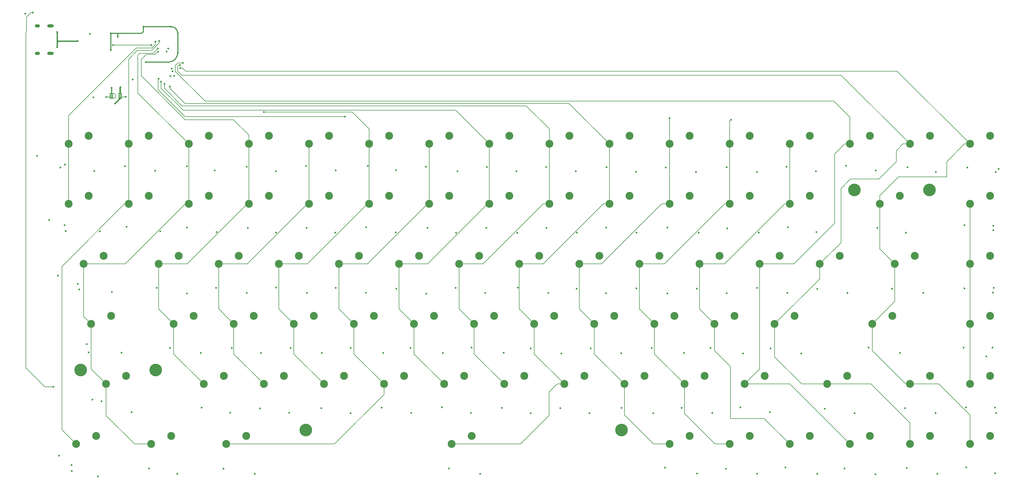
<source format=gbr>
%TF.GenerationSoftware,KiCad,Pcbnew,9.0.3*%
%TF.CreationDate,2025-12-04T16:15:46+02:00*%
%TF.ProjectId,MyCustom_75Keeb,4d794375-7374-46f6-9d5f-37354b656562,2.0.0*%
%TF.SameCoordinates,Original*%
%TF.FileFunction,Copper,L1,Top*%
%TF.FilePolarity,Positive*%
%FSLAX46Y46*%
G04 Gerber Fmt 4.6, Leading zero omitted, Abs format (unit mm)*
G04 Created by KiCad (PCBNEW 9.0.3) date 2025-12-04 16:15:46*
%MOMM*%
%LPD*%
G01*
G04 APERTURE LIST*
G04 Aperture macros list*
%AMRoundRect*
0 Rectangle with rounded corners*
0 $1 Rounding radius*
0 $2 $3 $4 $5 $6 $7 $8 $9 X,Y pos of 4 corners*
0 Add a 4 corners polygon primitive as box body*
4,1,4,$2,$3,$4,$5,$6,$7,$8,$9,$2,$3,0*
0 Add four circle primitives for the rounded corners*
1,1,$1+$1,$2,$3*
1,1,$1+$1,$4,$5*
1,1,$1+$1,$6,$7*
1,1,$1+$1,$8,$9*
0 Add four rect primitives between the rounded corners*
20,1,$1+$1,$2,$3,$4,$5,0*
20,1,$1+$1,$4,$5,$6,$7,0*
20,1,$1+$1,$6,$7,$8,$9,0*
20,1,$1+$1,$8,$9,$2,$3,0*%
G04 Aperture macros list end*
%TA.AperFunction,ComponentPad*%
%ADD10C,2.500000*%
%TD*%
%TA.AperFunction,ComponentPad*%
%ADD11C,4.000000*%
%TD*%
%TA.AperFunction,SMDPad,CuDef*%
%ADD12RoundRect,0.087500X0.537500X0.087500X-0.537500X0.087500X-0.537500X-0.087500X0.537500X-0.087500X0*%
%TD*%
%TA.AperFunction,ComponentPad*%
%ADD13O,1.600000X1.000000*%
%TD*%
%TA.AperFunction,ComponentPad*%
%ADD14O,2.100000X1.000000*%
%TD*%
%TA.AperFunction,ViaPad*%
%ADD15C,0.600000*%
%TD*%
%TA.AperFunction,Conductor*%
%ADD16C,0.500000*%
%TD*%
%TA.AperFunction,Conductor*%
%ADD17C,0.300000*%
%TD*%
%TA.AperFunction,Conductor*%
%ADD18C,0.200000*%
%TD*%
%TA.AperFunction,Conductor*%
%ADD19C,0.400000*%
%TD*%
G04 APERTURE END LIST*
D10*
%TO.P,SW70,1,1*%
%TO.N,Col_11*%
X229552500Y-111760000D03*
%TO.P,SW70,2,2*%
%TO.N,Net-(D70-A)*%
X235902500Y-109220000D03*
%TD*%
%TO.P,SW81,1,1*%
%TO.N,Col_12*%
X262890000Y-130810000D03*
%TO.P,SW81,2,2*%
%TO.N,Net-(D81-A)*%
X269240000Y-128270000D03*
%TD*%
%TO.P,SW19,1,1*%
%TO.N,Col_2*%
X72390000Y-54610000D03*
%TO.P,SW19,2,2*%
%TO.N,Net-(D19-A)*%
X78740000Y-52070000D03*
%TD*%
%TO.P,SW66,1,1*%
%TO.N,Col_7*%
X153352500Y-111760000D03*
%TO.P,SW66,2,2*%
%TO.N,Net-(D66-A)*%
X159702500Y-109220000D03*
%TD*%
%TO.P,SW65,1,1*%
%TO.N,Col_6*%
X134302500Y-111760000D03*
%TO.P,SW65,2,2*%
%TO.N,Net-(D65-A)*%
X140652500Y-109220000D03*
%TD*%
%TO.P,SW33,1,1*%
%TO.N,Col_3*%
X62865000Y-73660000D03*
%TO.P,SW33,2,2*%
%TO.N,Net-(D33-A)*%
X69215000Y-71120000D03*
%TD*%
%TO.P,SW56,1,1*%
%TO.N,Col_11*%
X220027500Y-92710000D03*
%TO.P,SW56,2,2*%
%TO.N,Net-(D56-A)*%
X226377500Y-90170000D03*
%TD*%
%TO.P,SW3,1,1*%
%TO.N,Col_2*%
X72390000Y-35560000D03*
%TO.P,SW3,2,2*%
%TO.N,Net-(D3-A)*%
X78740000Y-33020000D03*
%TD*%
%TO.P,SW77,1,1*%
%TO.N,Col_6*%
X84296250Y-130810000D03*
%TO.P,SW77,2,2*%
%TO.N,Net-(D77-A)*%
X90646250Y-128270000D03*
%TD*%
%TO.P,SW11,1,1*%
%TO.N,Col_10*%
X224790000Y-35560000D03*
%TO.P,SW11,2,2*%
%TO.N,Net-(D11-A)*%
X231140000Y-33020000D03*
%TD*%
%TO.P,SW15,1,1*%
%TO.N,Col_14*%
X300990000Y-35560000D03*
%TO.P,SW15,2,2*%
%TO.N,Net-(D15-A)*%
X307340000Y-33020000D03*
%TD*%
%TO.P,SW29,1,1*%
%TO.N,Col_12*%
X262890000Y-54610000D03*
%TO.P,SW29,2,2*%
%TO.N,Net-(D29-A)*%
X269240000Y-52070000D03*
%TD*%
%TO.P,SW32,1,1*%
%TO.N,Col_2*%
X39052500Y-73660000D03*
%TO.P,SW32,2,2*%
%TO.N,Net-(D32-A)*%
X45402500Y-71120000D03*
%TD*%
%TO.P,SW44,1,1*%
%TO.N,Col_14*%
X272415000Y-73660000D03*
%TO.P,SW44,2,2*%
%TO.N,Net-(D44-A)*%
X278765000Y-71120000D03*
%TD*%
D11*
%TO.P,S6,*%
%TO.N,*%
X283368750Y-50165000D03*
X307181250Y-50165000D03*
%TD*%
D10*
%TO.P,SW40,1,1*%
%TO.N,Col_10*%
X196215000Y-73660000D03*
%TO.P,SW40,2,2*%
%TO.N,Net-(D40-A)*%
X202565000Y-71120000D03*
%TD*%
%TO.P,SW71,1,1*%
%TO.N,Col_13*%
X248602500Y-111760000D03*
%TO.P,SW71,2,2*%
%TO.N,Net-(D71-A)*%
X254952500Y-109220000D03*
%TD*%
%TO.P,SW30,1,1*%
%TO.N,Col_15*%
X291465000Y-54610000D03*
%TO.P,SW30,2,2*%
%TO.N,Net-(D30-A)*%
X297815000Y-52070000D03*
%TD*%
%TO.P,SW1,1,1*%
%TO.N,Col_0*%
X34290000Y-35560000D03*
%TO.P,SW1,2,2*%
%TO.N,Net-(D1-A)*%
X40640000Y-33020000D03*
%TD*%
%TO.P,SW12,1,1*%
%TO.N,Col_11*%
X243840000Y-35560000D03*
%TO.P,SW12,2,2*%
%TO.N,Net-(D12-A)*%
X250190000Y-33020000D03*
%TD*%
%TO.P,SW47,1,1*%
%TO.N,Col_2*%
X41433750Y-92710000D03*
%TO.P,SW47,2,2*%
%TO.N,Net-(D47-A)*%
X47783750Y-90170000D03*
%TD*%
%TO.P,SW73,1,1*%
%TO.N,Col_15*%
X300990000Y-111760000D03*
%TO.P,SW73,2,2*%
%TO.N,Net-(D73-A)*%
X307340000Y-109220000D03*
%TD*%
%TO.P,SW54,1,1*%
%TO.N,Col_9*%
X181927500Y-92710000D03*
%TO.P,SW54,2,2*%
%TO.N,Net-(D54-A)*%
X188277500Y-90170000D03*
%TD*%
D11*
%TO.P,S2,*%
%TO.N,*%
X38100000Y-107315000D03*
X61912500Y-107315000D03*
%TD*%
D10*
%TO.P,SW74,1,1*%
%TO.N,Col_0*%
X320040000Y-111760000D03*
%TO.P,SW74,2,2*%
%TO.N,Net-(D74-A)*%
X326390000Y-109220000D03*
%TD*%
%TO.P,SW59,1,1*%
%TO.N,Col_15*%
X289083750Y-92710000D03*
%TO.P,SW59,2,2*%
%TO.N,Net-(D59-A)*%
X295433750Y-90170000D03*
%TD*%
%TO.P,SW26,1,1*%
%TO.N,Col_9*%
X205740000Y-54610000D03*
%TO.P,SW26,2,2*%
%TO.N,Net-(D26-A)*%
X212090000Y-52070000D03*
%TD*%
%TO.P,SW23,1,1*%
%TO.N,Col_6*%
X148590000Y-54610000D03*
%TO.P,SW23,2,2*%
%TO.N,Net-(D23-A)*%
X154940000Y-52070000D03*
%TD*%
%TO.P,SW37,1,1*%
%TO.N,Col_7*%
X139065000Y-73660000D03*
%TO.P,SW37,2,2*%
%TO.N,Net-(D37-A)*%
X145415000Y-71120000D03*
%TD*%
%TO.P,SW2,1,1*%
%TO.N,Col_1*%
X53340000Y-35560000D03*
%TO.P,SW2,2,2*%
%TO.N,Net-(D2-A)*%
X59690000Y-33020000D03*
%TD*%
%TO.P,SW43,1,1*%
%TO.N,Col_13*%
X253365000Y-73660000D03*
%TO.P,SW43,2,2*%
%TO.N,Net-(D43-A)*%
X259715000Y-71120000D03*
%TD*%
%TO.P,SW36,1,1*%
%TO.N,Col_6*%
X120015000Y-73660000D03*
%TO.P,SW36,2,2*%
%TO.N,Net-(D36-A)*%
X126365000Y-71120000D03*
%TD*%
%TO.P,SW20,1,1*%
%TO.N,Col_3*%
X91440000Y-54610000D03*
%TO.P,SW20,2,2*%
%TO.N,Net-(D20-A)*%
X97790000Y-52070000D03*
%TD*%
%TO.P,SW69,1,1*%
%TO.N,Col_10*%
X210502500Y-111760000D03*
%TO.P,SW69,2,2*%
%TO.N,Net-(D69-A)*%
X216852500Y-109220000D03*
%TD*%
%TO.P,SW4,1,1*%
%TO.N,Col_3*%
X91440000Y-35560000D03*
%TO.P,SW4,2,2*%
%TO.N,Net-(D4-A)*%
X97790000Y-33020000D03*
%TD*%
%TO.P,SW46,1,1*%
%TO.N,Col_0*%
X320040000Y-73660000D03*
%TO.P,SW46,2,2*%
%TO.N,Net-(D46-A)*%
X326390000Y-71120000D03*
%TD*%
%TO.P,SW18,1,1*%
%TO.N,Col_1*%
X53340000Y-54610000D03*
%TO.P,SW18,2,2*%
%TO.N,Net-(D18-A)*%
X59690000Y-52070000D03*
%TD*%
%TO.P,SW50,1,1*%
%TO.N,Col_5*%
X105727500Y-92710000D03*
%TO.P,SW50,2,2*%
%TO.N,Net-(D50-A)*%
X112077500Y-90170000D03*
%TD*%
%TO.P,SW53,1,1*%
%TO.N,Col_8*%
X162877500Y-92710000D03*
%TO.P,SW53,2,2*%
%TO.N,Net-(D53-A)*%
X169227500Y-90170000D03*
%TD*%
%TO.P,SW67,1,1*%
%TO.N,Col_8*%
X172402500Y-111760000D03*
%TO.P,SW67,2,2*%
%TO.N,Net-(D67-A)*%
X178752500Y-109220000D03*
%TD*%
%TO.P,SW35,1,1*%
%TO.N,Col_5*%
X100965000Y-73660000D03*
%TO.P,SW35,2,2*%
%TO.N,Net-(D35-A)*%
X107315000Y-71120000D03*
%TD*%
%TO.P,SW38,1,1*%
%TO.N,Col_8*%
X158115000Y-73660000D03*
%TO.P,SW38,2,2*%
%TO.N,Net-(D38-A)*%
X164465000Y-71120000D03*
%TD*%
%TO.P,SW17,1,1*%
%TO.N,Col_0*%
X34290000Y-54610000D03*
%TO.P,SW17,2,2*%
%TO.N,Net-(D17-A)*%
X40640000Y-52070000D03*
%TD*%
%TO.P,SW60,1,1*%
%TO.N,Col_0*%
X320040000Y-92710000D03*
%TO.P,SW60,2,2*%
%TO.N,Net-(D60-A)*%
X326390000Y-90170000D03*
%TD*%
%TO.P,SW28,1,1*%
%TO.N,Col_11*%
X243840000Y-54610000D03*
%TO.P,SW28,2,2*%
%TO.N,Net-(D28-A)*%
X250190000Y-52070000D03*
%TD*%
%TO.P,SW21,1,1*%
%TO.N,Col_4*%
X110490000Y-54610000D03*
%TO.P,SW21,2,2*%
%TO.N,Net-(D21-A)*%
X116840000Y-52070000D03*
%TD*%
%TO.P,SW68,1,1*%
%TO.N,Col_9*%
X191452500Y-111760000D03*
%TO.P,SW68,2,2*%
%TO.N,Net-(D68-A)*%
X197802500Y-109220000D03*
%TD*%
%TO.P,SW41,1,1*%
%TO.N,Col_11*%
X215265000Y-73660000D03*
%TO.P,SW41,2,2*%
%TO.N,Net-(D41-A)*%
X221615000Y-71120000D03*
%TD*%
%TO.P,SW55,1,1*%
%TO.N,Col_10*%
X200977500Y-92710000D03*
%TO.P,SW55,2,2*%
%TO.N,Net-(D55-A)*%
X207327500Y-90170000D03*
%TD*%
%TO.P,SW58,1,1*%
%TO.N,Col_14*%
X258127500Y-92710000D03*
%TO.P,SW58,2,2*%
%TO.N,Net-(D58-A)*%
X264477500Y-90170000D03*
%TD*%
%TO.P,SW64,1,1*%
%TO.N,Col_5*%
X115252500Y-111760000D03*
%TO.P,SW64,2,2*%
%TO.N,Net-(D64-A)*%
X121602500Y-109220000D03*
%TD*%
%TO.P,SW63,1,1*%
%TO.N,Col_4*%
X96202500Y-111760000D03*
%TO.P,SW63,2,2*%
%TO.N,Net-(D63-A)*%
X102552500Y-109220000D03*
%TD*%
%TO.P,SW13,1,1*%
%TO.N,Col_12*%
X262890000Y-35560000D03*
%TO.P,SW13,2,2*%
%TO.N,Net-(D13-A)*%
X269240000Y-33020000D03*
%TD*%
%TO.P,SW39,1,1*%
%TO.N,Col_9*%
X177165000Y-73660000D03*
%TO.P,SW39,2,2*%
%TO.N,Net-(D39-A)*%
X183515000Y-71120000D03*
%TD*%
%TO.P,SW61,1,1*%
%TO.N,Col_2*%
X46196250Y-111760000D03*
%TO.P,SW61,2,2*%
%TO.N,Net-(D61-A)*%
X52546250Y-109220000D03*
%TD*%
%TO.P,SW48,1,1*%
%TO.N,Col_3*%
X67627500Y-92710000D03*
%TO.P,SW48,2,2*%
%TO.N,Net-(D48-A)*%
X73977500Y-90170000D03*
%TD*%
%TO.P,SW82,1,1*%
%TO.N,Col_13*%
X281940000Y-130810000D03*
%TO.P,SW82,2,2*%
%TO.N,Net-(D82-A)*%
X288290000Y-128270000D03*
%TD*%
%TO.P,SW52,1,1*%
%TO.N,Col_7*%
X143827500Y-92710000D03*
%TO.P,SW52,2,2*%
%TO.N,Net-(D52-A)*%
X150177500Y-90170000D03*
%TD*%
%TO.P,SW25,1,1*%
%TO.N,Col_8*%
X186690000Y-54610000D03*
%TO.P,SW25,2,2*%
%TO.N,Net-(D25-A)*%
X193040000Y-52070000D03*
%TD*%
%TO.P,SW24,1,1*%
%TO.N,Col_7*%
X167640000Y-54610000D03*
%TO.P,SW24,2,2*%
%TO.N,Net-(D24-A)*%
X173990000Y-52070000D03*
%TD*%
%TO.P,SW76,1,1*%
%TO.N,Col_2*%
X60483750Y-130810000D03*
%TO.P,SW76,2,2*%
%TO.N,Net-(D76-A)*%
X66833750Y-128270000D03*
%TD*%
%TO.P,SW7,1,1*%
%TO.N,Col_6*%
X148590000Y-35560000D03*
%TO.P,SW7,2,2*%
%TO.N,Net-(D7-A)*%
X154940000Y-33020000D03*
%TD*%
%TO.P,SW75,1,1*%
%TO.N,Col_1*%
X36671250Y-130810000D03*
%TO.P,SW75,2,2*%
%TO.N,Net-(D75-A)*%
X43021250Y-128270000D03*
%TD*%
%TO.P,SW42,1,1*%
%TO.N,Col_12*%
X234315000Y-73660000D03*
%TO.P,SW42,2,2*%
%TO.N,Net-(D42-A)*%
X240665000Y-71120000D03*
%TD*%
D11*
%TO.P,S1,*%
%TO.N,*%
X109537500Y-126365000D03*
X209550000Y-126365000D03*
%TD*%
D10*
%TO.P,SW83,1,1*%
%TO.N,Col_14*%
X300990000Y-130810000D03*
%TO.P,SW83,2,2*%
%TO.N,Net-(D83-A)*%
X307340000Y-128270000D03*
%TD*%
%TO.P,SW49,1,1*%
%TO.N,Col_4*%
X86677500Y-92710000D03*
%TO.P,SW49,2,2*%
%TO.N,Net-(D49-A)*%
X93027500Y-90170000D03*
%TD*%
%TO.P,SW9,1,1*%
%TO.N,Col_8*%
X186690000Y-35560000D03*
%TO.P,SW9,2,2*%
%TO.N,Net-(D9-A)*%
X193040000Y-33020000D03*
%TD*%
%TO.P,SW84,1,1*%
%TO.N,Col_15*%
X320040000Y-130810000D03*
%TO.P,SW84,2,2*%
%TO.N,Net-(D84-A)*%
X326390000Y-128270000D03*
%TD*%
%TO.P,SW6,1,1*%
%TO.N,Col_5*%
X129540000Y-35560000D03*
%TO.P,SW6,2,2*%
%TO.N,Net-(D6-A)*%
X135890000Y-33020000D03*
%TD*%
%TO.P,SW78,1,1*%
%TO.N,Col_9*%
X155733750Y-130810000D03*
%TO.P,SW78,2,2*%
%TO.N,Net-(D78-A)*%
X162083750Y-128270000D03*
%TD*%
%TO.P,SW22,1,1*%
%TO.N,Col_5*%
X129540000Y-54610000D03*
%TO.P,SW22,2,2*%
%TO.N,Net-(D22-A)*%
X135890000Y-52070000D03*
%TD*%
%TO.P,SW80,1,1*%
%TO.N,Col_11*%
X243840000Y-130810000D03*
%TO.P,SW80,2,2*%
%TO.N,Net-(D80-A)*%
X250190000Y-128270000D03*
%TD*%
%TO.P,SW16,1,1*%
%TO.N,Col_15*%
X320040000Y-35560000D03*
%TO.P,SW16,2,2*%
%TO.N,Net-(D16-A)*%
X326390000Y-33020000D03*
%TD*%
%TO.P,SW8,1,1*%
%TO.N,Col_7*%
X167640000Y-35560000D03*
%TO.P,SW8,2,2*%
%TO.N,Net-(D8-A)*%
X173990000Y-33020000D03*
%TD*%
%TO.P,SW34,1,1*%
%TO.N,Col_4*%
X81915000Y-73660000D03*
%TO.P,SW34,2,2*%
%TO.N,Net-(D34-A)*%
X88265000Y-71120000D03*
%TD*%
%TO.P,SW62,1,1*%
%TO.N,Col_3*%
X77152500Y-111760000D03*
%TO.P,SW62,2,2*%
%TO.N,Net-(D62-A)*%
X83502500Y-109220000D03*
%TD*%
%TO.P,SW31,1,1*%
%TO.N,Col_0*%
X320040000Y-54610000D03*
%TO.P,SW31,2,2*%
%TO.N,Net-(D31-A)*%
X326390000Y-52070000D03*
%TD*%
%TO.P,SW79,1,1*%
%TO.N,Col_10*%
X224790000Y-130810000D03*
%TO.P,SW79,2,2*%
%TO.N,Net-(D79-A)*%
X231140000Y-128270000D03*
%TD*%
%TO.P,SW5,1,1*%
%TO.N,Col_4*%
X110490000Y-35560000D03*
%TO.P,SW5,2,2*%
%TO.N,Net-(D5-A)*%
X116840000Y-33020000D03*
%TD*%
%TO.P,SW14,1,1*%
%TO.N,Col_13*%
X281940000Y-35560000D03*
%TO.P,SW14,2,2*%
%TO.N,Net-(D14-A)*%
X288290000Y-33020000D03*
%TD*%
%TO.P,SW10,1,1*%
%TO.N,Col_9*%
X205740000Y-35560000D03*
%TO.P,SW10,2,2*%
%TO.N,Net-(D10-A)*%
X212090000Y-33020000D03*
%TD*%
%TO.P,SW51,1,1*%
%TO.N,Col_6*%
X124777500Y-92710000D03*
%TO.P,SW51,2,2*%
%TO.N,Net-(D51-A)*%
X131127500Y-90170000D03*
%TD*%
%TO.P,SW27,1,1*%
%TO.N,Col_10*%
X224790000Y-54610000D03*
%TO.P,SW27,2,2*%
%TO.N,Net-(D27-A)*%
X231140000Y-52070000D03*
%TD*%
D12*
%TO.P,U2,1,VCCA*%
%TO.N,+5V*%
X50662446Y-21085029D03*
%TO.P,U2,2,1A*%
%TO.N,RGB_OUTPUT*%
X50662446Y-20585029D03*
%TO.P,U2,3,2A*%
%TO.N,unconnected-(U2-2A-Pad3)*%
X50662446Y-20085029D03*
%TO.P,U2,4,GND*%
%TO.N,GND*%
X50662446Y-19585029D03*
%TO.P,U2,5,DIR*%
%TO.N,+3.3V*%
X47862446Y-19585029D03*
%TO.P,U2,6,2B*%
%TO.N,unconnected-(U2-2B-Pad6)*%
X47862446Y-20085029D03*
%TO.P,U2,7,1B*%
%TO.N,RGB_INPUT*%
X47862446Y-20585029D03*
%TO.P,U2,8,VCCB*%
%TO.N,+3.3V*%
X47862446Y-21085029D03*
%TD*%
D10*
%TO.P,SW45,1,1*%
%TO.N,Col_15*%
X296227500Y-73660000D03*
%TO.P,SW45,2,2*%
%TO.N,Net-(D45-A)*%
X302577500Y-71120000D03*
%TD*%
%TO.P,SW72,1,1*%
%TO.N,Col_14*%
X274796250Y-111760000D03*
%TO.P,SW72,2,2*%
%TO.N,Net-(D72-A)*%
X281146250Y-109220000D03*
%TD*%
%TO.P,SW57,1,1*%
%TO.N,Col_12*%
X239077500Y-92710000D03*
%TO.P,SW57,2,2*%
%TO.N,Net-(D57-A)*%
X245427500Y-90170000D03*
%TD*%
D13*
%TO.P,J1,S1,SHIELD*%
%TO.N,GND*%
X24387446Y-6780029D03*
D14*
X28567446Y-6780029D03*
D13*
X24387446Y1859971D03*
D14*
X28567446Y1859971D03*
%TD*%
D15*
%TO.N,GND*%
X176712446Y-81185029D03*
X209612446Y-119385029D03*
X223662446Y-43085029D03*
X104662446Y-100335029D03*
X44762446Y-117185029D03*
X290662446Y-62235029D03*
X52162446Y-42635029D03*
X128612446Y-62035029D03*
X166762446Y-62235029D03*
X204862446Y-42935029D03*
X90812446Y-42835029D03*
X162062446Y-100235029D03*
X52712446Y-61835029D03*
X59812446Y-138585029D03*
X91112446Y-62235029D03*
X204762446Y-62135029D03*
X242712446Y-138635029D03*
X242962446Y-42985029D03*
X123762446Y-100285029D03*
X228612446Y-119335029D03*
X114412446Y-119435029D03*
X299962446Y-138435029D03*
X214312446Y-81435029D03*
X319212446Y-43035029D03*
X237812446Y-100285029D03*
X252612446Y-81285029D03*
X154862446Y-138585029D03*
X37212446Y-79985029D03*
X33062446Y-61335029D03*
X71812446Y-42635029D03*
X147612446Y-42835029D03*
X280812446Y-42485029D03*
X318912446Y-138235029D03*
X109612446Y-42585029D03*
X199862446Y-100435029D03*
X33162446Y-42085029D03*
X318062446Y-100185029D03*
X287912446Y-100185029D03*
X76462446Y-119235029D03*
X224112446Y-62135029D03*
X262312446Y-62035029D03*
X40062446Y-99135029D03*
X185762446Y-62185029D03*
X233412446Y-81535029D03*
X42162446Y-20810029D03*
X318312446Y-81435029D03*
X95062446Y-119535029D03*
X247212446Y-119135029D03*
X271662446Y-81585029D03*
X156962446Y-81235029D03*
X261562446Y-138185029D03*
X295312446Y-81485029D03*
X148112446Y-62185029D03*
X195312446Y-81485029D03*
X280312446Y-138535029D03*
X180812446Y-100435029D03*
X100062446Y-81185029D03*
X118962446Y-81235029D03*
X81012446Y-81235029D03*
X190162446Y-119435029D03*
X223412446Y-138285029D03*
X86016727Y-100356783D03*
X71812446Y-62085029D03*
X62262446Y-81235029D03*
X274012446Y-119635029D03*
X300212446Y-42935029D03*
X243062446Y-62335029D03*
X50699946Y-17597529D03*
X35212446Y-137485029D03*
X142712446Y-100335029D03*
X219162446Y-100285029D03*
X185662446Y-42885029D03*
X66462446Y-100335029D03*
X83462446Y-138635029D03*
X109762446Y-62185029D03*
X256812446Y-100435029D03*
X129112446Y-42585029D03*
X166912446Y-42885029D03*
X318812446Y-119185029D03*
X261862446Y-42785029D03*
X299512446Y-119435029D03*
X318262446Y-61335029D03*
X171662446Y-119335029D03*
X152712446Y-119185029D03*
X133512446Y-119235029D03*
X138162446Y-81535029D03*
%TO.N,+3.3V*%
X49862446Y-1560029D03*
X68904948Y-500029D03*
X47699943Y-476278D03*
X66722446Y1682471D03*
X68904947Y-6652529D03*
X58059948Y1682471D03*
X47912446Y-17760029D03*
X58819943Y-9602537D03*
X47699943Y-5822524D03*
%TO.N,+5V*%
X54312446Y-120735029D03*
X224112446Y-83035029D03*
X90762446Y-82885029D03*
X68812446Y-140285029D03*
X271662446Y-140235029D03*
X281162446Y-82885029D03*
X164812446Y-140285029D03*
X128562446Y-82785029D03*
X209512446Y-101985029D03*
X248062446Y-102085029D03*
X309762446Y-140285029D03*
X262112446Y-82835029D03*
X157162446Y-63785029D03*
X238352257Y-120991771D03*
X104212446Y-120885029D03*
X233512446Y-140185029D03*
X61712446Y-44035029D03*
X305212446Y-82885029D03*
X161812446Y-120985029D03*
X195112446Y-44235029D03*
X242962446Y-82935029D03*
X290112446Y-140435029D03*
X134062446Y-101885029D03*
X138062446Y-63635029D03*
X95262446Y-101935029D03*
X327312446Y-82785029D03*
X199412446Y-121035029D03*
X100012446Y-44235029D03*
X266562446Y-102035029D03*
X93362446Y-140285029D03*
X147662446Y-83085029D03*
X42462446Y-44185029D03*
X271362446Y-63535029D03*
X44212446Y-63335029D03*
X214162446Y-44435029D03*
X176562446Y-63785029D03*
X327412446Y-62985029D03*
X219612446Y-121035029D03*
X309112446Y-120985029D03*
X76212446Y-101935029D03*
X85512446Y-120885029D03*
X166412446Y-82835029D03*
X180762446Y-121035029D03*
X233212446Y-44535029D03*
X297912446Y-101885029D03*
X299712446Y-63735029D03*
X63362446Y-63285029D03*
X100062446Y-63735029D03*
X80662446Y-43985029D03*
X123762446Y-121035029D03*
X328012446Y-140085029D03*
X43662446Y-141085029D03*
X328362446Y-120935029D03*
X71862446Y-82985029D03*
X195462446Y-63735029D03*
X172212446Y-101785029D03*
X51112446Y-101785029D03*
X229412446Y-101885029D03*
X186412446Y-82885029D03*
X118812446Y-63735029D03*
X48062446Y-82585029D03*
X81212446Y-63535029D03*
X176312446Y-44235029D03*
X109862446Y-82885029D03*
X118962446Y-43985029D03*
X256612446Y-120735029D03*
X49074946Y-22697529D03*
X252562446Y-140235029D03*
X290162446Y-43985029D03*
X138112446Y-43935029D03*
X157562446Y-44235029D03*
X114562446Y-101935029D03*
X328212446Y-44485029D03*
X204641485Y-82953349D03*
X214312446Y-63685029D03*
X190562446Y-102035029D03*
X41062446Y-635029D03*
X252462446Y-44485029D03*
X325212446Y-103035029D03*
X142912446Y-120985029D03*
X309212446Y-44485029D03*
X253062446Y-63685029D03*
X283462446Y-121035029D03*
X234062446Y-63685029D03*
X152910412Y-101910984D03*
X271212446Y-44285029D03*
%TO.N,VBUS*%
X37237446Y-2960029D03*
X30707446Y-4910029D03*
X30707446Y-10029D03*
%TO.N,Row_0*%
X67287446Y-12535029D03*
X24287446Y-39335029D03*
%TO.N,/BOOT0*%
X48349943Y-4210029D03*
X60599946Y-4210029D03*
%TO.N,Row_1*%
X67787446Y-13935029D03*
X28162446Y-59760029D03*
%TO.N,Row_2*%
X66612446Y-13985029D03*
X30937446Y-77385029D03*
%TO.N,Row_4*%
X22987446Y6164971D03*
X29461108Y-112632928D03*
%TO.N,Row_5*%
X31252013Y-134539884D03*
X20587446Y5764971D03*
%TO.N,RGB_OUTPUT*%
X52412446Y-20610029D03*
X31712446Y-43060029D03*
%TO.N,Col_0*%
X61837446Y-3060029D03*
%TO.N,Col_1*%
X63037446Y-2935029D03*
%TO.N,Col_2*%
X62612446Y-5310029D03*
%TO.N,Col_3*%
X62662446Y-6285029D03*
%TO.N,Col_5*%
X96212446Y-25485029D03*
%TO.N,Col_6*%
X121987446Y-26885029D03*
X62887446Y-14885029D03*
%TO.N,Col_7*%
X63612446Y-15785029D03*
%TO.N,Col_8*%
X64687446Y-16435029D03*
%TO.N,Col_9*%
X66437446Y-17360029D03*
%TO.N,Col_10*%
X65862446Y-5335029D03*
X224787446Y-27435029D03*
%TO.N,Col_11*%
X244262446Y-27935029D03*
X65387446Y-6210029D03*
%TO.N,Col_13*%
X70562446Y-9910029D03*
%TO.N,Col_14*%
X69612446Y-10585029D03*
%TO.N,Col_15*%
X69687446Y-11510029D03*
%TO.N,RGB_INPUT*%
X66962446Y-11610029D03*
X46262446Y-20685029D03*
X54637446Y-15160029D03*
%TO.N,Net-(LED16-DOUT)*%
X33412446Y-63235029D03*
X329162446Y-43485029D03*
%TO.N,Net-(LED31-DOUT)*%
X37662446Y-81735029D03*
X327412446Y-61485029D03*
%TO.N,Net-(LED46-DOUT)*%
X327562446Y-81235029D03*
X40662446Y-101735029D03*
%TO.N,Net-(LED61-DOUT)*%
X327162446Y-100235029D03*
X41862446Y-116735029D03*
%TO.N,Net-(LED76-DOUT)*%
X327962446Y-119285029D03*
X35362446Y-139435029D03*
%TD*%
D16*
%TO.N,GND*%
X50662446Y-17635029D02*
X50662446Y-19459029D01*
X50699946Y-17597529D02*
X50662446Y-17635029D01*
D17*
%TO.N,+3.3V*%
X68904948Y-6652528D02*
X68904947Y-6652529D01*
D18*
X48862446Y-19585029D02*
X49212446Y-19935029D01*
D17*
X66722448Y1682471D02*
X66722446Y1682471D01*
D18*
X49212446Y-19935029D02*
X49212446Y-20785029D01*
X47862446Y-19585029D02*
X48862446Y-19585029D01*
D17*
X49862446Y-476278D02*
X57141194Y-476278D01*
X49862446Y-476278D02*
X49862446Y-1560029D01*
D18*
X49212446Y-20785029D02*
X48912446Y-21085029D01*
D17*
X66722446Y1682471D02*
X58059948Y1682471D01*
X47888446Y-19559029D02*
X47862446Y-19559029D01*
X47912446Y-19535029D02*
X47888446Y-19559029D01*
X58059948Y442476D02*
X58059948Y1682471D01*
X47699943Y-476278D02*
X49862446Y-476278D01*
D18*
X48912446Y-21085029D02*
X47862446Y-21085029D01*
D17*
X68904948Y-500029D02*
X68904948Y-6652528D01*
X47699943Y-476278D02*
X47699943Y-5822524D01*
X65954939Y-9602537D02*
X58819943Y-9602537D01*
D18*
X47862446Y-19585029D02*
X47888446Y-19559029D01*
D17*
X47912446Y-17760029D02*
X47912446Y-19535029D01*
X68904947Y-6652529D02*
G75*
G02*
X65954939Y-9602537I-2950007J-1D01*
G01*
X57141194Y-476278D02*
G75*
G03*
X58059978Y442476I6J918778D01*
G01*
X68904948Y-500029D02*
G75*
G03*
X66722448Y1682548I-2182548J29D01*
G01*
D19*
%TO.N,+5V*%
X49074946Y-22672529D02*
X50586446Y-21161029D01*
X50586446Y-21161029D02*
X50662446Y-21161029D01*
X49074946Y-22697529D02*
X49074946Y-22672529D01*
%TO.N,VBUS*%
X30707446Y-2460029D02*
X30707446Y-10029D01*
X31207446Y-2960029D02*
X37237446Y-2960029D01*
X30707446Y-3460029D02*
X30707446Y-4910029D01*
D18*
%TO.N,/BOOT0*%
X48349943Y-4210029D02*
X60599946Y-4210029D01*
%TO.N,Row_4*%
X22412446Y6164971D02*
X20912446Y4664971D01*
X26762446Y-112660029D02*
X29337446Y-112660029D01*
X22987446Y6164971D02*
X22412446Y6164971D01*
X20887446Y-110029D02*
X20787446Y-210029D01*
X20787446Y-210029D02*
X20787446Y-106685029D01*
X20912446Y4664971D02*
X20912446Y-85029D01*
X20787446Y-106685029D02*
X26762446Y-112660029D01*
X20912446Y-85029D02*
X20887446Y-110029D01*
%TO.N,RGB_OUTPUT*%
X52412446Y-20610029D02*
X50687446Y-20610029D01*
X50687446Y-20610029D02*
X50662446Y-20585029D01*
%TO.N,Col_0*%
X320040000Y-54610000D02*
X320040000Y-73660000D01*
X320040000Y-73660000D02*
X320040000Y-92710000D01*
X61837446Y-4060029D02*
X60737446Y-5160029D01*
X34290000Y-26582475D02*
X34290000Y-35560000D01*
X34290000Y-54610000D02*
X34290000Y-35560000D01*
X61837446Y-3060029D02*
X61837446Y-4060029D01*
X60737446Y-5160029D02*
X55712446Y-5160029D01*
X55712446Y-5160029D02*
X34290000Y-26582475D01*
X320040000Y-92710000D02*
X320040000Y-111760000D01*
%TO.N,Col_1*%
X56087446Y-5910029D02*
X56037446Y-5910029D01*
X53340000Y-54610000D02*
X53340000Y-35560000D01*
X32162446Y-74485029D02*
X52037475Y-54610000D01*
X60612446Y-5910029D02*
X56087446Y-5910029D01*
X36671250Y-130810000D02*
X32162446Y-126301196D01*
X32162446Y-126301196D02*
X32162446Y-74485029D01*
X63037446Y-2935029D02*
X63037446Y-3485029D01*
X53340000Y-8657475D02*
X53340000Y-35560000D01*
X52037475Y-54610000D02*
X53340000Y-54610000D01*
X56087446Y-5910029D02*
X53340000Y-8657475D01*
X63037446Y-3485029D02*
X60612446Y-5910029D01*
%TO.N,Col_2*%
X39052500Y-73660000D02*
X52237475Y-73660000D01*
X62612446Y-5310029D02*
X61137446Y-6785029D01*
X72390000Y-54610000D02*
X72390000Y-35560000D01*
X56812446Y-6785029D02*
X56237446Y-7360029D01*
X56237446Y-7360029D02*
X56237446Y-19407446D01*
X61137446Y-6785029D02*
X56812446Y-6785029D01*
X39052500Y-73660000D02*
X39052500Y-90328750D01*
X52237475Y-73660000D02*
X71287475Y-54610000D01*
X46196250Y-121768833D02*
X55237417Y-130810000D01*
X39052500Y-90328750D02*
X41433750Y-92710000D01*
X41433750Y-92710000D02*
X41433750Y-106997500D01*
X55237417Y-130810000D02*
X60483750Y-130810000D01*
X71287475Y-54610000D02*
X72390000Y-54610000D01*
X56237446Y-19407446D02*
X72390000Y-35560000D01*
X46196250Y-111760000D02*
X46196250Y-121768833D01*
X41433750Y-106997500D02*
X46196250Y-111760000D01*
%TO.N,Col_3*%
X90976174Y-54610000D02*
X91440000Y-54610000D01*
X62865000Y-73660000D02*
X71926174Y-73660000D01*
X62662446Y-6285029D02*
X61762446Y-7185029D01*
X67627500Y-102235000D02*
X77152500Y-111760000D01*
X86587446Y-27885029D02*
X91440000Y-32737583D01*
X62865000Y-73660000D02*
X62865000Y-87947500D01*
X62865000Y-87947500D02*
X67627500Y-92710000D01*
X61762446Y-7185029D02*
X58937446Y-7185029D01*
X91440000Y-32737583D02*
X91440000Y-35560000D01*
X71926174Y-73660000D02*
X90976174Y-54610000D01*
X67627500Y-92710000D02*
X67627500Y-102235000D01*
X57337446Y-8785029D02*
X57337446Y-13960029D01*
X58937446Y-7185029D02*
X57337446Y-8785029D01*
X71262446Y-27885029D02*
X86587446Y-27885029D01*
X57337446Y-13960029D02*
X71262446Y-27885029D01*
X91440000Y-54610000D02*
X91440000Y-35560000D01*
%TO.N,Col_4*%
X110026174Y-54610000D02*
X110490000Y-54610000D01*
X90976174Y-73660000D02*
X110026174Y-54610000D01*
X110490000Y-54610000D02*
X110490000Y-35560000D01*
X81915000Y-73660000D02*
X81915000Y-87947500D01*
X81915000Y-73660000D02*
X90976174Y-73660000D01*
X86677500Y-102235000D02*
X96202500Y-111760000D01*
X86677500Y-92710000D02*
X86677500Y-102235000D01*
X81915000Y-87947500D02*
X86677500Y-92710000D01*
%TO.N,Col_5*%
X105727500Y-102235000D02*
X115252500Y-111760000D01*
X100965000Y-87947500D02*
X105727500Y-92710000D01*
X100965000Y-73660000D02*
X100965000Y-87947500D01*
X105727500Y-92710000D02*
X105727500Y-102235000D01*
X129540000Y-54610000D02*
X129540000Y-35560000D01*
X124212446Y-25485029D02*
X129540000Y-30812583D01*
X96212446Y-25485029D02*
X124212446Y-25485029D01*
X110026174Y-73660000D02*
X129076174Y-54610000D01*
X129540000Y-30812583D02*
X129540000Y-35560000D01*
X129076174Y-54610000D02*
X129540000Y-54610000D01*
X100965000Y-73660000D02*
X110026174Y-73660000D01*
%TO.N,Col_6*%
X148126174Y-54610000D02*
X148590000Y-54610000D01*
X62712446Y-18360029D02*
X71237446Y-26885029D01*
X84296250Y-130810000D02*
X118587475Y-130810000D01*
X90012446Y-26885029D02*
X121987446Y-26885029D01*
X62662446Y-15110029D02*
X62662446Y-18310029D01*
X124777500Y-102235000D02*
X124777500Y-92710000D01*
X124777500Y-92710000D02*
X120015000Y-87947500D01*
X120015000Y-73660000D02*
X129076174Y-73660000D01*
X120015000Y-87947500D02*
X120015000Y-73660000D01*
X118587475Y-130810000D02*
X134302500Y-115094975D01*
X62887446Y-14885029D02*
X62662446Y-15110029D01*
X129076174Y-73660000D02*
X148126174Y-54610000D01*
X134302500Y-115094975D02*
X134302500Y-111760000D01*
X148590000Y-54610000D02*
X148590000Y-35560000D01*
X134302500Y-111760000D02*
X124777500Y-102235000D01*
X71237446Y-26885029D02*
X90012446Y-26885029D01*
X62662446Y-18310029D02*
X62712446Y-18360029D01*
%TO.N,Col_7*%
X148126174Y-73660000D02*
X167176174Y-54610000D01*
X70611446Y-24884029D02*
X156964029Y-24884029D01*
X143827500Y-102235000D02*
X153352500Y-111760000D01*
X139065000Y-73660000D02*
X148126174Y-73660000D01*
X167176174Y-54610000D02*
X167640000Y-54610000D01*
X63612446Y-15785029D02*
X63612446Y-17885029D01*
X156964029Y-24884029D02*
X167640000Y-35560000D01*
X143827500Y-92710000D02*
X143827500Y-102235000D01*
X139065000Y-73660000D02*
X139065000Y-87947500D01*
X167640000Y-35560000D02*
X167640000Y-54610000D01*
X63612446Y-17885029D02*
X70611446Y-24884029D01*
X139065000Y-87947500D02*
X143827500Y-92710000D01*
%TO.N,Col_8*%
X158115000Y-87947500D02*
X162877500Y-92710000D01*
X186690000Y-30787583D02*
X186690000Y-35560000D01*
X162877500Y-102235000D02*
X172402500Y-111760000D01*
X184787475Y-54610000D02*
X186690000Y-54610000D01*
X186690000Y-35560000D02*
X186690000Y-54610000D01*
X162877500Y-92710000D02*
X162877500Y-102235000D01*
X70212446Y-23460029D02*
X179362446Y-23460029D01*
X64687446Y-16435029D02*
X64687446Y-17935029D01*
X158115000Y-73660000D02*
X158115000Y-87947500D01*
X64687446Y-17935029D02*
X70212446Y-23460029D01*
X158115000Y-73660000D02*
X165737475Y-73660000D01*
X165737475Y-73660000D02*
X184787475Y-54610000D01*
X179362446Y-23460029D02*
X186690000Y-30787583D01*
%TO.N,Col_9*%
X177165000Y-73660000D02*
X184737475Y-73660000D01*
X189187417Y-111760000D02*
X191452500Y-111760000D01*
X184737475Y-73660000D02*
X203787475Y-54610000D01*
X66437446Y-17360029D02*
X66437446Y-17910029D01*
X203787475Y-54610000D02*
X205740000Y-54610000D01*
X177587475Y-130810000D02*
X186662446Y-121735029D01*
X181927500Y-102235000D02*
X191452500Y-111760000D01*
X186662446Y-114235029D02*
X189162446Y-111735029D01*
X155733750Y-130810000D02*
X177587475Y-130810000D01*
X177165000Y-87947500D02*
X181927500Y-92710000D01*
X177165000Y-73660000D02*
X177165000Y-87947500D01*
X189162446Y-111735029D02*
X189187417Y-111760000D01*
X66437446Y-17910029D02*
X71237446Y-22710029D01*
X192890029Y-22710029D02*
X205740000Y-35560000D01*
X205740000Y-35560000D02*
X205740000Y-54610000D01*
X186662446Y-121735029D02*
X186662446Y-114235029D01*
X71237446Y-22710029D02*
X192890029Y-22710029D01*
X181927500Y-92710000D02*
X181927500Y-102235000D01*
%TO.N,Col_10*%
X196215000Y-87947500D02*
X200977500Y-92710000D01*
X196215000Y-73660000D02*
X203237475Y-73660000D01*
X203237475Y-73660000D02*
X222287475Y-54610000D01*
X200977500Y-102235000D02*
X210502500Y-111760000D01*
X222287475Y-54610000D02*
X224790000Y-54610000D01*
X224790000Y-35560000D02*
X224790000Y-54610000D01*
X224787446Y-27435029D02*
X224790000Y-27437583D01*
X210502500Y-121575083D02*
X219737417Y-130810000D01*
X196215000Y-73660000D02*
X196215000Y-87947500D01*
X200977500Y-92710000D02*
X200977500Y-102235000D01*
X210502500Y-111760000D02*
X210502500Y-121575083D01*
X219737417Y-130810000D02*
X224790000Y-130810000D01*
X224790000Y-27437583D02*
X224790000Y-35560000D01*
%TO.N,Col_11*%
X220027500Y-92710000D02*
X220027500Y-102235000D01*
X242287475Y-54610000D02*
X243840000Y-54610000D01*
X244262446Y-27935029D02*
X243840000Y-28357475D01*
X229552500Y-111760000D02*
X229552500Y-121125083D01*
X223237475Y-73660000D02*
X242287475Y-54610000D01*
X220027500Y-102235000D02*
X229552500Y-111760000D01*
X229552500Y-121125083D02*
X239237417Y-130810000D01*
X243840000Y-28357475D02*
X243840000Y-35560000D01*
X215265000Y-73660000D02*
X223237475Y-73660000D01*
X215265000Y-87947500D02*
X220027500Y-92710000D01*
X215265000Y-73660000D02*
X215265000Y-87947500D01*
X243840000Y-35560000D02*
X243840000Y-54610000D01*
X239237417Y-130810000D02*
X243840000Y-130810000D01*
%TO.N,Col_12*%
X254815029Y-122735029D02*
X262890000Y-130810000D01*
X262890000Y-35560000D02*
X262890000Y-54610000D01*
X242237475Y-73660000D02*
X261287475Y-54610000D01*
X244162446Y-122735029D02*
X254815029Y-122735029D01*
X234315000Y-73660000D02*
X234315000Y-87947500D01*
X239077500Y-101150083D02*
X244162446Y-106235029D01*
X234315000Y-87947500D02*
X239077500Y-92710000D01*
X261287475Y-54610000D02*
X262890000Y-54610000D01*
X244162446Y-106235029D02*
X244162446Y-122735029D01*
X234315000Y-73660000D02*
X242237475Y-73660000D01*
X239077500Y-92710000D02*
X239077500Y-101150083D01*
%TO.N,Col_13*%
X281940000Y-27037583D02*
X281940000Y-35560000D01*
X262890000Y-111760000D02*
X281940000Y-130810000D01*
X68912446Y-9910029D02*
X68137446Y-10685029D01*
X68137446Y-12585029D02*
X77562446Y-22010029D01*
X277162446Y-60735029D02*
X277162446Y-38735029D01*
X70562446Y-9910029D02*
X68912446Y-9910029D01*
X253365000Y-106997500D02*
X248602500Y-111760000D01*
X253365000Y-73660000D02*
X264237475Y-73660000D01*
X276912446Y-22010029D02*
X281940000Y-27037583D01*
X248602500Y-111760000D02*
X262890000Y-111760000D01*
X277162446Y-38735029D02*
X280337475Y-35560000D01*
X68137446Y-10685029D02*
X68137446Y-12585029D01*
X280337475Y-35560000D02*
X281940000Y-35560000D01*
X253365000Y-73660000D02*
X253365000Y-106997500D01*
X77562446Y-22010029D02*
X276912446Y-22010029D01*
X264237475Y-73660000D02*
X277162446Y-60735029D01*
%TO.N,Col_14*%
X300990000Y-124062583D02*
X288687417Y-111760000D01*
X69187446Y-10585029D02*
X68887446Y-10885029D01*
X266687417Y-111760000D02*
X274796250Y-111760000D01*
X272415000Y-73660000D02*
X279162446Y-66912554D01*
X296662446Y-41235029D02*
X296662446Y-37735029D01*
X68887446Y-12485029D02*
X68862446Y-12510029D01*
X68862446Y-12510029D02*
X70112446Y-13760029D01*
X279162446Y-49735029D02*
X282162446Y-46735029D01*
X70112446Y-13760029D02*
X70112446Y-13785029D01*
X68887446Y-10885029D02*
X68887446Y-12485029D01*
X258127500Y-92710000D02*
X258127500Y-103200083D01*
X298837475Y-35560000D02*
X300990000Y-35560000D01*
X296662446Y-37735029D02*
X298837475Y-35560000D01*
X279162446Y-66912554D02*
X279162446Y-49735029D01*
X272415000Y-78422500D02*
X258127500Y-92710000D01*
X279190029Y-13760029D02*
X300990000Y-35560000D01*
X272415000Y-73660000D02*
X272415000Y-78422500D01*
X282162446Y-46735029D02*
X291162446Y-46735029D01*
X70112446Y-13760029D02*
X279190029Y-13760029D01*
X288687417Y-111760000D02*
X274796250Y-111760000D01*
X69612446Y-10585029D02*
X69187446Y-10585029D01*
X258127500Y-103200083D02*
X266687417Y-111760000D01*
X300990000Y-130810000D02*
X300990000Y-124062583D01*
X291162446Y-46735029D02*
X296662446Y-41235029D01*
%TO.N,Col_15*%
X296990029Y-12510029D02*
X320040000Y-35560000D01*
X291465000Y-51932475D02*
X297412446Y-45985029D01*
X299687417Y-111760000D02*
X300990000Y-111760000D01*
X296227500Y-85566250D02*
X289083750Y-92710000D01*
X296227500Y-73660000D02*
X296227500Y-85566250D01*
X312662446Y-41169788D02*
X318272234Y-35560000D01*
X320040000Y-130810000D02*
X320040000Y-121612583D01*
X291465000Y-68897500D02*
X296227500Y-73660000D01*
X289083750Y-92710000D02*
X289083750Y-101156333D01*
X69687446Y-11510029D02*
X70362446Y-11510029D01*
X312662446Y-45985029D02*
X312662446Y-41169788D01*
X320040000Y-121612583D02*
X310187417Y-111760000D01*
X297412446Y-45985029D02*
X312662446Y-45985029D01*
X310187417Y-111760000D02*
X300990000Y-111760000D01*
X70362446Y-11510029D02*
X71362446Y-12510029D01*
X291465000Y-54610000D02*
X291465000Y-51932475D01*
X318272234Y-35560000D02*
X320040000Y-35560000D01*
X71362446Y-12510029D02*
X296990029Y-12510029D01*
X289083750Y-101156333D02*
X299687417Y-111760000D01*
X291465000Y-54610000D02*
X291465000Y-68897500D01*
%TO.N,RGB_INPUT*%
X46362446Y-20585029D02*
X46262446Y-20685029D01*
X47862446Y-20585029D02*
X46362446Y-20585029D01*
%TD*%
%TA.AperFunction,Conductor*%
%TO.N,VBUS*%
G36*
X30726774Y-2263872D02*
G01*
X30744175Y-2263872D01*
X30748576Y-2264747D01*
X30764671Y-2271414D01*
X30781755Y-2274813D01*
X30785900Y-2276531D01*
X30791160Y-2280047D01*
X30800368Y-2286201D01*
X30816448Y-2292860D01*
X30820178Y-2295353D01*
X30832489Y-2307666D01*
X30832495Y-2307671D01*
X30846978Y-2317350D01*
X30850151Y-2320523D01*
X30859816Y-2334992D01*
X30859817Y-2334993D01*
X30872120Y-2347295D01*
X30874614Y-2351026D01*
X30881280Y-2367121D01*
X30881285Y-2367129D01*
X30890957Y-2381606D01*
X30892674Y-2385752D01*
X30896067Y-2402821D01*
X30902735Y-2418915D01*
X30903611Y-2423274D01*
X30903676Y-2441091D01*
X30903677Y-2441092D01*
X30907264Y-2459139D01*
X30907485Y-2461382D01*
X30907482Y-2507555D01*
X30907483Y-2507562D01*
X30936837Y-2597929D01*
X30936838Y-2597931D01*
X30936839Y-2597932D01*
X30992688Y-2674809D01*
X30992691Y-2674811D01*
X31069554Y-2730661D01*
X31069558Y-2730663D01*
X31069561Y-2730665D01*
X31132144Y-2751000D01*
X31159929Y-2760028D01*
X31159930Y-2760028D01*
X31159933Y-2760029D01*
X31206027Y-2760029D01*
X31208127Y-2760222D01*
X31212473Y-2761029D01*
X31212483Y-2761035D01*
X31212607Y-2761055D01*
X31237894Y-2766086D01*
X31237893Y-2766086D01*
X31247564Y-2768009D01*
X31281740Y-2774806D01*
X31285880Y-2776520D01*
X31310148Y-2792737D01*
X31346965Y-2817336D01*
X31350138Y-2820509D01*
X31374738Y-2857327D01*
X31390952Y-2881591D01*
X31392669Y-2885737D01*
X31401389Y-2929581D01*
X31407000Y-2957783D01*
X31407000Y-2962271D01*
X31401389Y-2990477D01*
X31392669Y-3034320D01*
X31390952Y-3038466D01*
X31374738Y-3062732D01*
X31350138Y-3099548D01*
X31346965Y-3102721D01*
X31310148Y-3127322D01*
X31285883Y-3143535D01*
X31281738Y-3145252D01*
X31263099Y-3148959D01*
X31237894Y-3153973D01*
X31208558Y-3159808D01*
X31206471Y-3160028D01*
X31202787Y-3160078D01*
X31202708Y-3160046D01*
X31202631Y-3160079D01*
X31159932Y-3160079D01*
X31159930Y-3160079D01*
X31159926Y-3160080D01*
X31069560Y-3189438D01*
X31069558Y-3189439D01*
X30992681Y-3245289D01*
X30992676Y-3245294D01*
X30936822Y-3322162D01*
X30936821Y-3322162D01*
X30907450Y-3412532D01*
X30907449Y-3412536D01*
X30907446Y-3459456D01*
X30907391Y-3460582D01*
X30903770Y-3497348D01*
X30902950Y-3500621D01*
X30896062Y-3517251D01*
X30896060Y-3517256D01*
X30892661Y-3534339D01*
X30890943Y-3538484D01*
X30881277Y-3552947D01*
X30881274Y-3552952D01*
X30874615Y-3569029D01*
X30872122Y-3572759D01*
X30859807Y-3585075D01*
X30859801Y-3585083D01*
X30850125Y-3599562D01*
X30846952Y-3602734D01*
X30832486Y-3612398D01*
X30832477Y-3612405D01*
X30820176Y-3624705D01*
X30816447Y-3627197D01*
X30800355Y-3633864D01*
X30800352Y-3633865D01*
X30785866Y-3643542D01*
X30781721Y-3645258D01*
X30764654Y-3648651D01*
X30752938Y-3653504D01*
X30748575Y-3655311D01*
X30744176Y-3656186D01*
X30726757Y-3656186D01*
X30709671Y-3659582D01*
X30705185Y-3659582D01*
X30692212Y-3657001D01*
X30688117Y-3656186D01*
X30688116Y-3656186D01*
X30670715Y-3656186D01*
X30666316Y-3655311D01*
X30650220Y-3648645D01*
X30650218Y-3648644D01*
X30633134Y-3645244D01*
X30628990Y-3643526D01*
X30614523Y-3633858D01*
X30609248Y-3631673D01*
X30598442Y-3627196D01*
X30594713Y-3624704D01*
X30582400Y-3612392D01*
X30582392Y-3612385D01*
X30567912Y-3602708D01*
X30564741Y-3599536D01*
X30558440Y-3590105D01*
X30555075Y-3585067D01*
X30555074Y-3585066D01*
X30542766Y-3572757D01*
X30540278Y-3569033D01*
X30533610Y-3552937D01*
X30523930Y-3538446D01*
X30522217Y-3534306D01*
X30518823Y-3517237D01*
X30512154Y-3501136D01*
X30511280Y-3496783D01*
X30511214Y-3478967D01*
X30507777Y-3461679D01*
X30507612Y-3458323D01*
X30511010Y-3423848D01*
X30507448Y-2460607D01*
X30507502Y-2459451D01*
X30511122Y-2422704D01*
X30511939Y-2419439D01*
X30518830Y-2402804D01*
X30522231Y-2385716D01*
X30523946Y-2381576D01*
X30533617Y-2367107D01*
X30540278Y-2351024D01*
X30542766Y-2347300D01*
X30555086Y-2334981D01*
X30564767Y-2320494D01*
X30567934Y-2317327D01*
X30582409Y-2307658D01*
X30594717Y-2295349D01*
X30598444Y-2292859D01*
X30614538Y-2286194D01*
X30629025Y-2276515D01*
X30633168Y-2274800D01*
X30650238Y-2271407D01*
X30666316Y-2264747D01*
X30670717Y-2263872D01*
X30688133Y-2263872D01*
X30688134Y-2263872D01*
X30705221Y-2260475D01*
X30709705Y-2260475D01*
X30726774Y-2263872D01*
G37*
%TD.AperFunction*%
%TD*%
M02*

</source>
